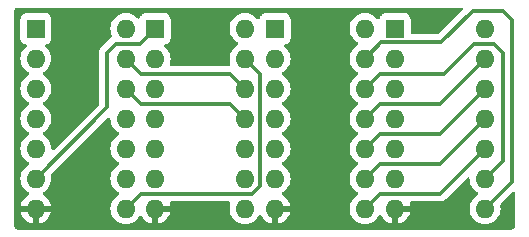
<source format=gbr>
%TF.GenerationSoftware,KiCad,Pcbnew,(5.99.0-7129-g2932fe1e64)*%
%TF.CreationDate,2020-12-05T18:13:35+08:00*%
%TF.ProjectId,Adapter,41646170-7465-4722-9e6b-696361645f70,rev?*%
%TF.SameCoordinates,Original*%
%TF.FileFunction,Copper,L2,Bot*%
%TF.FilePolarity,Positive*%
%FSLAX46Y46*%
G04 Gerber Fmt 4.6, Leading zero omitted, Abs format (unit mm)*
G04 Created by KiCad (PCBNEW (5.99.0-7129-g2932fe1e64)) date 2020-12-05 18:13:35*
%MOMM*%
%LPD*%
G01*
G04 APERTURE LIST*
%TA.AperFunction,ComponentPad*%
%ADD10R,1.600000X1.600000*%
%TD*%
%TA.AperFunction,ComponentPad*%
%ADD11O,1.600000X1.600000*%
%TD*%
%TA.AperFunction,Conductor*%
%ADD12C,0.300000*%
%TD*%
G04 APERTURE END LIST*
D10*
%TO.P,U2,1*%
%TO.N,A1*%
X125730000Y-76200000D03*
D11*
%TO.P,U2,2*%
%TO.N,A2*%
X125730000Y-78740000D03*
%TO.P,U2,3*%
%TO.N,A4*%
X125730000Y-81280000D03*
%TO.P,U2,4*%
%TO.N,A5*%
X125730000Y-83820000D03*
%TO.P,U2,5*%
%TO.N,A6*%
X125730000Y-86360000D03*
%TO.P,U2,6*%
%TO.N,Y2*%
X125730000Y-88900000D03*
%TO.P,U2,7,GND*%
%TO.N,GND*%
X125730000Y-91440000D03*
%TO.P,U2,8*%
%TO.N,Y3*%
X133350000Y-91440000D03*
%TO.P,U2,9*%
%TO.N,A7*%
X133350000Y-88900000D03*
%TO.P,U2,10*%
%TO.N,A8*%
X133350000Y-86360000D03*
%TO.P,U2,11*%
%TO.N,A9*%
X133350000Y-83820000D03*
%TO.P,U2,12*%
%TO.N,Y1*%
X133350000Y-81280000D03*
%TO.P,U2,13*%
%TO.N,A3*%
X133350000Y-78740000D03*
%TO.P,U2,14,VCC*%
%TO.N,+5V*%
X133350000Y-76200000D03*
%TD*%
D10*
%TO.P,U3,1*%
%TO.N,X1*%
X115570000Y-76200000D03*
D11*
%TO.P,U3,2*%
%TO.N,B1*%
X115570000Y-78740000D03*
%TO.P,U3,3*%
%TO.N,B2*%
X115570000Y-81280000D03*
%TO.P,U3,4*%
%TO.N,B3*%
X115570000Y-83820000D03*
%TO.P,U3,5*%
%TO.N,B4*%
X115570000Y-86360000D03*
%TO.P,U3,6*%
%TO.N,N/C*%
X115570000Y-88900000D03*
%TO.P,U3,7,VSS*%
%TO.N,GND*%
X115570000Y-91440000D03*
%TO.P,U3,8*%
%TO.N,N/C*%
X123190000Y-91440000D03*
%TO.P,U3,9*%
%TO.N,B5*%
X123190000Y-88900000D03*
%TO.P,U3,10*%
%TO.N,B6*%
X123190000Y-86360000D03*
%TO.P,U3,11*%
%TO.N,B7*%
X123190000Y-83820000D03*
%TO.P,U3,12*%
%TO.N,B8*%
X123190000Y-81280000D03*
%TO.P,U3,13*%
%TO.N,X2*%
X123190000Y-78740000D03*
%TO.P,U3,14,VDD*%
%TO.N,+5V*%
X123190000Y-76200000D03*
%TD*%
D10*
%TO.P,U4,1*%
%TO.N,B1*%
X105482000Y-76200000D03*
D11*
%TO.P,U4,2*%
%TO.N,B2*%
X105482000Y-78740000D03*
%TO.P,U4,3*%
%TO.N,N/C*%
X105482000Y-81280000D03*
%TO.P,U4,4*%
%TO.N,B3*%
X105482000Y-83820000D03*
%TO.P,U4,5*%
%TO.N,B4*%
X105482000Y-86360000D03*
%TO.P,U4,6*%
%TO.N,X1*%
X105482000Y-88900000D03*
%TO.P,U4,7,GND*%
%TO.N,GND*%
X105482000Y-91440000D03*
%TO.P,U4,8*%
%TO.N,X2*%
X113102000Y-91440000D03*
%TO.P,U4,9*%
%TO.N,B5*%
X113102000Y-88900000D03*
%TO.P,U4,10*%
%TO.N,B6*%
X113102000Y-86360000D03*
%TO.P,U4,11*%
%TO.N,N/C*%
X113102000Y-83820000D03*
%TO.P,U4,12*%
%TO.N,B7*%
X113102000Y-81280000D03*
%TO.P,U4,13*%
%TO.N,B8*%
X113102000Y-78740000D03*
%TO.P,U4,14,VCC*%
%TO.N,+5V*%
X113102000Y-76200000D03*
%TD*%
D10*
%TO.P,U1,1*%
%TO.N,A1*%
X135890000Y-76200000D03*
D11*
%TO.P,U1,2*%
%TO.N,A2*%
X135890000Y-78740000D03*
%TO.P,U1,3*%
%TO.N,A4*%
X135890000Y-81280000D03*
%TO.P,U1,4*%
%TO.N,A5*%
X135890000Y-83820000D03*
%TO.P,U1,5*%
%TO.N,A6*%
X135890000Y-86360000D03*
%TO.P,U1,6*%
%TO.N,Y2*%
X135890000Y-88900000D03*
%TO.P,U1,7,VSS*%
%TO.N,GND*%
X135890000Y-91440000D03*
%TO.P,U1,8*%
%TO.N,A3*%
X143510000Y-91440000D03*
%TO.P,U1,9*%
%TO.N,Y1*%
X143510000Y-88900000D03*
%TO.P,U1,10*%
%TO.N,Y3*%
X143510000Y-86360000D03*
%TO.P,U1,11*%
%TO.N,A7*%
X143510000Y-83820000D03*
%TO.P,U1,12*%
%TO.N,A8*%
X143510000Y-81280000D03*
%TO.P,U1,13*%
%TO.N,A9*%
X143510000Y-78740000D03*
%TO.P,U1,14,VDD*%
%TO.N,+5V*%
X143510000Y-76200000D03*
%TD*%
D12*
%TO.N,A9*%
X133350000Y-83820000D02*
X134620000Y-82550000D01*
X134620000Y-82550000D02*
X139700000Y-82550000D01*
X139700000Y-82550000D02*
X143510000Y-78740000D01*
%TO.N,A8*%
X139700000Y-85090000D02*
X143510000Y-81280000D01*
X134620000Y-85090000D02*
X139700000Y-85090000D01*
X133350000Y-86360000D02*
X134620000Y-85090000D01*
%TO.N,A7*%
X133350000Y-88900000D02*
X134620000Y-87630000D01*
X139700000Y-87630000D02*
X143510000Y-83820000D01*
X134620000Y-87630000D02*
X139700000Y-87630000D01*
%TO.N,Y3*%
X134620000Y-90170000D02*
X139700000Y-90170000D01*
X133350000Y-91440000D02*
X134620000Y-90170000D01*
X139700000Y-90170000D02*
X143510000Y-86360000D01*
%TO.N,Y1*%
X133350000Y-81280000D02*
X134620000Y-80010000D01*
X139999000Y-80010000D02*
X142539000Y-77470000D01*
X134620000Y-80010000D02*
X139999000Y-80010000D01*
X145034000Y-87376000D02*
X143510000Y-88900000D01*
X144234001Y-77470000D02*
X145034000Y-78269999D01*
X142539000Y-77470000D02*
X144234001Y-77470000D01*
X145034000Y-78269999D02*
X145034000Y-87376000D01*
%TO.N,A3*%
X142494000Y-74676000D02*
X145034000Y-74676000D01*
X139819999Y-77350001D02*
X142494000Y-74676000D01*
X134739999Y-77350001D02*
X139819999Y-77350001D01*
X145034000Y-74676000D02*
X145796000Y-75438000D01*
X133350000Y-78740000D02*
X134739999Y-77350001D01*
X145796000Y-75438000D02*
X145796000Y-89154000D01*
X145796000Y-89154000D02*
X143510000Y-91440000D01*
%TO.N,X2*%
X114372000Y-90170000D02*
X123787001Y-90170000D01*
X124460000Y-84328000D02*
X124460000Y-80010000D01*
X113102000Y-91440000D02*
X114372000Y-90170000D01*
X123787001Y-90170000D02*
X124460000Y-89497001D01*
X124460000Y-89497001D02*
X124460000Y-84074000D01*
X124460000Y-80010000D02*
X123952000Y-79502000D01*
X123952000Y-79502000D02*
X123190000Y-78740000D01*
%TO.N,B8*%
X121920000Y-80010000D02*
X123190000Y-81280000D01*
X114372000Y-80010000D02*
X121920000Y-80010000D01*
X113102000Y-78740000D02*
X114372000Y-80010000D01*
%TO.N,B7*%
X113102000Y-81280000D02*
X114372000Y-82550000D01*
X114372000Y-82550000D02*
X121920000Y-82550000D01*
X121920000Y-82550000D02*
X123190000Y-83820000D01*
%TO.N,X1*%
X111506000Y-82876000D02*
X111506000Y-78232000D01*
X105482000Y-88900000D02*
X111506000Y-82876000D01*
X112268000Y-77470000D02*
X114300000Y-77470000D01*
X111506000Y-78232000D02*
X112268000Y-77470000D01*
X114300000Y-77470000D02*
X115570000Y-76200000D01*
%TD*%
%TA.AperFunction,Conductor*%
%TO.N,GND*%
G36*
X141580672Y-74442002D02*
G01*
X141627165Y-74495658D01*
X141637269Y-74565932D01*
X141607775Y-74630512D01*
X141601646Y-74637095D01*
X139584145Y-76654596D01*
X139521833Y-76688622D01*
X139495050Y-76691501D01*
X137329500Y-76691501D01*
X137261379Y-76671499D01*
X137214886Y-76617843D01*
X137203500Y-76565501D01*
X137203500Y-75400000D01*
X137198273Y-75326921D01*
X137157096Y-75186684D01*
X137111393Y-75115569D01*
X137082949Y-75071309D01*
X137082947Y-75071306D01*
X137078077Y-75063729D01*
X137071267Y-75057828D01*
X136974431Y-74973918D01*
X136974428Y-74973916D01*
X136967619Y-74968016D01*
X136834670Y-74907300D01*
X136825755Y-74906018D01*
X136825754Y-74906018D01*
X136694448Y-74887139D01*
X136694441Y-74887138D01*
X136690000Y-74886500D01*
X135090000Y-74886500D01*
X135016921Y-74891727D01*
X134966762Y-74906455D01*
X134885330Y-74930365D01*
X134885328Y-74930366D01*
X134876684Y-74932904D01*
X134869105Y-74937775D01*
X134761309Y-75007051D01*
X134761306Y-75007053D01*
X134753729Y-75011923D01*
X134747828Y-75018733D01*
X134663918Y-75115569D01*
X134663916Y-75115572D01*
X134658016Y-75122381D01*
X134597300Y-75255330D01*
X134596018Y-75264245D01*
X134596018Y-75264246D01*
X134589566Y-75309122D01*
X134560073Y-75373703D01*
X134500347Y-75412087D01*
X134429350Y-75412087D01*
X134369624Y-75373704D01*
X134361638Y-75363465D01*
X134356199Y-75355698D01*
X134194302Y-75193801D01*
X134189794Y-75190644D01*
X134189791Y-75190642D01*
X134011259Y-75065633D01*
X134011257Y-75065632D01*
X134006750Y-75062476D01*
X134001768Y-75060153D01*
X134001763Y-75060150D01*
X133804225Y-74968037D01*
X133804224Y-74968036D01*
X133799243Y-74965714D01*
X133793935Y-74964292D01*
X133793933Y-74964291D01*
X133583402Y-74907879D01*
X133583400Y-74907879D01*
X133578087Y-74906455D01*
X133350000Y-74886500D01*
X133121913Y-74906455D01*
X133116600Y-74907879D01*
X133116598Y-74907879D01*
X132906067Y-74964291D01*
X132906065Y-74964292D01*
X132900757Y-74965714D01*
X132895776Y-74968036D01*
X132895775Y-74968037D01*
X132698237Y-75060150D01*
X132698232Y-75060153D01*
X132693250Y-75062476D01*
X132688743Y-75065632D01*
X132688741Y-75065633D01*
X132510209Y-75190642D01*
X132510206Y-75190644D01*
X132505698Y-75193801D01*
X132343801Y-75355698D01*
X132340644Y-75360206D01*
X132340642Y-75360209D01*
X132276609Y-75451658D01*
X132212476Y-75543250D01*
X132210153Y-75548232D01*
X132210150Y-75548237D01*
X132195500Y-75579655D01*
X132115714Y-75750757D01*
X132114292Y-75756065D01*
X132114291Y-75756067D01*
X132088339Y-75852921D01*
X132056455Y-75971913D01*
X132036500Y-76200000D01*
X132056455Y-76428087D01*
X132115714Y-76649243D01*
X132118036Y-76654224D01*
X132118037Y-76654225D01*
X132210150Y-76851763D01*
X132210153Y-76851768D01*
X132212476Y-76856750D01*
X132215632Y-76861257D01*
X132215633Y-76861259D01*
X132332949Y-77028803D01*
X132343801Y-77044302D01*
X132505698Y-77206199D01*
X132510206Y-77209356D01*
X132510209Y-77209358D01*
X132617425Y-77284431D01*
X132693250Y-77337524D01*
X132698232Y-77339847D01*
X132698237Y-77339850D01*
X132732454Y-77355805D01*
X132785739Y-77402722D01*
X132805200Y-77470999D01*
X132784658Y-77538959D01*
X132732454Y-77584195D01*
X132698237Y-77600150D01*
X132698232Y-77600153D01*
X132693250Y-77602476D01*
X132688743Y-77605632D01*
X132688741Y-77605633D01*
X132510209Y-77730642D01*
X132510206Y-77730644D01*
X132505698Y-77733801D01*
X132343801Y-77895698D01*
X132340644Y-77900206D01*
X132340642Y-77900209D01*
X132261042Y-78013890D01*
X132212476Y-78083250D01*
X132210153Y-78088232D01*
X132210150Y-78088237D01*
X132118039Y-78285770D01*
X132115714Y-78290757D01*
X132056455Y-78511913D01*
X132036500Y-78740000D01*
X132056455Y-78968087D01*
X132115714Y-79189243D01*
X132118036Y-79194224D01*
X132118037Y-79194225D01*
X132210150Y-79391763D01*
X132210153Y-79391768D01*
X132212476Y-79396750D01*
X132343801Y-79584302D01*
X132505698Y-79746199D01*
X132510206Y-79749356D01*
X132510209Y-79749358D01*
X132688734Y-79874362D01*
X132693250Y-79877524D01*
X132698232Y-79879847D01*
X132698237Y-79879850D01*
X132732454Y-79895805D01*
X132785739Y-79942722D01*
X132805200Y-80010999D01*
X132784658Y-80078959D01*
X132732454Y-80124195D01*
X132698237Y-80140150D01*
X132698232Y-80140153D01*
X132693250Y-80142476D01*
X132688743Y-80145632D01*
X132688741Y-80145633D01*
X132510209Y-80270642D01*
X132510206Y-80270644D01*
X132505698Y-80273801D01*
X132343801Y-80435698D01*
X132340644Y-80440206D01*
X132340642Y-80440209D01*
X132229232Y-80599320D01*
X132212476Y-80623250D01*
X132210153Y-80628232D01*
X132210150Y-80628237D01*
X132118037Y-80825775D01*
X132115714Y-80830757D01*
X132114292Y-80836065D01*
X132114291Y-80836067D01*
X132080000Y-80964042D01*
X132056455Y-81051913D01*
X132036500Y-81280000D01*
X132056455Y-81508087D01*
X132057879Y-81513400D01*
X132057879Y-81513402D01*
X132085005Y-81614635D01*
X132115714Y-81729243D01*
X132118036Y-81734224D01*
X132118037Y-81734225D01*
X132210150Y-81931763D01*
X132210153Y-81931768D01*
X132212476Y-81936750D01*
X132343801Y-82124302D01*
X132505698Y-82286199D01*
X132510206Y-82289356D01*
X132510209Y-82289358D01*
X132580059Y-82338267D01*
X132693250Y-82417524D01*
X132698232Y-82419847D01*
X132698237Y-82419850D01*
X132732454Y-82435805D01*
X132785739Y-82482722D01*
X132805200Y-82550999D01*
X132784658Y-82618959D01*
X132732454Y-82664195D01*
X132698237Y-82680150D01*
X132698232Y-82680153D01*
X132693250Y-82682476D01*
X132688743Y-82685632D01*
X132688741Y-82685633D01*
X132510209Y-82810642D01*
X132510206Y-82810644D01*
X132505698Y-82813801D01*
X132343801Y-82975698D01*
X132340644Y-82980206D01*
X132340642Y-82980209D01*
X132229232Y-83139320D01*
X132212476Y-83163250D01*
X132210153Y-83168232D01*
X132210150Y-83168237D01*
X132118037Y-83365775D01*
X132115714Y-83370757D01*
X132114292Y-83376065D01*
X132114291Y-83376067D01*
X132080000Y-83504042D01*
X132056455Y-83591913D01*
X132036500Y-83820000D01*
X132056455Y-84048087D01*
X132057879Y-84053400D01*
X132057879Y-84053402D01*
X132085005Y-84154635D01*
X132115714Y-84269243D01*
X132118036Y-84274224D01*
X132118037Y-84274225D01*
X132210150Y-84471763D01*
X132210153Y-84471768D01*
X132212476Y-84476750D01*
X132215632Y-84481257D01*
X132215633Y-84481259D01*
X132340639Y-84659786D01*
X132343801Y-84664302D01*
X132505698Y-84826199D01*
X132510206Y-84829356D01*
X132510209Y-84829358D01*
X132688738Y-84954365D01*
X132693250Y-84957524D01*
X132698232Y-84959847D01*
X132698237Y-84959850D01*
X132732454Y-84975805D01*
X132785739Y-85022722D01*
X132805200Y-85090999D01*
X132784658Y-85158959D01*
X132732454Y-85204195D01*
X132698237Y-85220150D01*
X132698232Y-85220153D01*
X132693250Y-85222476D01*
X132688743Y-85225632D01*
X132688741Y-85225633D01*
X132510209Y-85350642D01*
X132510206Y-85350644D01*
X132505698Y-85353801D01*
X132343801Y-85515698D01*
X132340644Y-85520206D01*
X132340642Y-85520209D01*
X132229232Y-85679320D01*
X132212476Y-85703250D01*
X132210153Y-85708232D01*
X132210150Y-85708237D01*
X132118037Y-85905775D01*
X132115714Y-85910757D01*
X132056455Y-86131913D01*
X132036500Y-86360000D01*
X132056455Y-86588087D01*
X132057879Y-86593400D01*
X132057879Y-86593402D01*
X132085005Y-86694635D01*
X132115714Y-86809243D01*
X132118036Y-86814224D01*
X132118037Y-86814225D01*
X132210150Y-87011763D01*
X132210153Y-87011768D01*
X132212476Y-87016750D01*
X132215632Y-87021257D01*
X132215633Y-87021259D01*
X132340639Y-87199786D01*
X132343801Y-87204302D01*
X132505698Y-87366199D01*
X132510206Y-87369356D01*
X132510209Y-87369358D01*
X132688741Y-87494367D01*
X132693250Y-87497524D01*
X132698232Y-87499847D01*
X132698237Y-87499850D01*
X132732454Y-87515805D01*
X132785739Y-87562722D01*
X132805200Y-87630999D01*
X132784658Y-87698959D01*
X132732454Y-87744195D01*
X132698237Y-87760150D01*
X132698232Y-87760153D01*
X132693250Y-87762476D01*
X132688743Y-87765632D01*
X132688741Y-87765633D01*
X132510209Y-87890642D01*
X132510206Y-87890644D01*
X132505698Y-87893801D01*
X132343801Y-88055698D01*
X132340644Y-88060206D01*
X132340642Y-88060209D01*
X132229232Y-88219320D01*
X132212476Y-88243250D01*
X132210153Y-88248232D01*
X132210150Y-88248237D01*
X132124256Y-88432439D01*
X132115714Y-88450757D01*
X132114292Y-88456065D01*
X132114291Y-88456067D01*
X132084815Y-88566074D01*
X132056455Y-88671913D01*
X132036500Y-88900000D01*
X132056455Y-89128087D01*
X132115714Y-89349243D01*
X132118036Y-89354224D01*
X132118037Y-89354225D01*
X132210150Y-89551763D01*
X132210153Y-89551768D01*
X132212476Y-89556750D01*
X132343801Y-89744302D01*
X132505698Y-89906199D01*
X132510206Y-89909356D01*
X132510209Y-89909358D01*
X132658633Y-90013285D01*
X132693250Y-90037524D01*
X132698232Y-90039847D01*
X132698237Y-90039850D01*
X132732454Y-90055805D01*
X132785739Y-90102722D01*
X132805200Y-90170999D01*
X132784658Y-90238959D01*
X132732454Y-90284195D01*
X132698237Y-90300150D01*
X132698232Y-90300153D01*
X132693250Y-90302476D01*
X132688743Y-90305632D01*
X132688741Y-90305633D01*
X132510209Y-90430642D01*
X132510206Y-90430644D01*
X132505698Y-90433801D01*
X132343801Y-90595698D01*
X132340644Y-90600206D01*
X132340642Y-90600209D01*
X132229232Y-90759320D01*
X132212476Y-90783250D01*
X132210153Y-90788231D01*
X132210150Y-90788237D01*
X132174494Y-90864702D01*
X132115714Y-90990757D01*
X132114292Y-90996065D01*
X132114291Y-90996067D01*
X132057880Y-91206594D01*
X132056455Y-91211913D01*
X132036500Y-91440000D01*
X132056455Y-91668087D01*
X132057879Y-91673400D01*
X132057879Y-91673402D01*
X132067029Y-91707548D01*
X132115714Y-91889243D01*
X132118036Y-91894224D01*
X132118037Y-91894225D01*
X132210150Y-92091763D01*
X132210153Y-92091768D01*
X132212476Y-92096750D01*
X132215632Y-92101257D01*
X132215633Y-92101259D01*
X132340639Y-92279786D01*
X132343801Y-92284302D01*
X132505698Y-92446199D01*
X132510206Y-92449356D01*
X132510209Y-92449358D01*
X132688123Y-92573934D01*
X132693250Y-92577524D01*
X132698232Y-92579847D01*
X132698237Y-92579850D01*
X132894763Y-92671491D01*
X132900757Y-92674286D01*
X132906065Y-92675708D01*
X132906067Y-92675709D01*
X133116598Y-92732121D01*
X133116600Y-92732121D01*
X133121913Y-92733545D01*
X133350000Y-92753500D01*
X133578087Y-92733545D01*
X133583400Y-92732121D01*
X133583402Y-92732121D01*
X133793933Y-92675709D01*
X133793935Y-92675708D01*
X133799243Y-92674286D01*
X133805237Y-92671491D01*
X134001763Y-92579850D01*
X134001768Y-92579847D01*
X134006750Y-92577524D01*
X134011877Y-92573934D01*
X134189791Y-92449358D01*
X134189794Y-92449356D01*
X134194302Y-92446199D01*
X134356199Y-92284302D01*
X134359362Y-92279786D01*
X134484367Y-92101259D01*
X134484368Y-92101257D01*
X134487524Y-92096750D01*
X134492383Y-92086330D01*
X134506080Y-92056957D01*
X134552998Y-92003672D01*
X134621275Y-91984211D01*
X134689235Y-92004753D01*
X134734470Y-92056958D01*
X134750581Y-92091509D01*
X134756066Y-92101009D01*
X134881025Y-92279469D01*
X134888081Y-92287877D01*
X135042123Y-92441919D01*
X135050531Y-92448975D01*
X135228991Y-92573934D01*
X135238487Y-92579417D01*
X135435943Y-92671491D01*
X135446239Y-92675239D01*
X135618503Y-92721398D01*
X135632599Y-92721062D01*
X135636000Y-92713120D01*
X135636000Y-91707548D01*
X136144000Y-91707548D01*
X136144000Y-92707971D01*
X136147973Y-92721502D01*
X136156522Y-92722731D01*
X136333761Y-92675239D01*
X136344057Y-92671491D01*
X136541513Y-92579417D01*
X136551009Y-92573934D01*
X136729469Y-92448975D01*
X136737877Y-92441919D01*
X136891919Y-92287877D01*
X136898975Y-92279469D01*
X137023934Y-92101009D01*
X137029417Y-92091513D01*
X137121491Y-91894057D01*
X137125239Y-91883761D01*
X137171398Y-91711497D01*
X137171062Y-91697401D01*
X137163120Y-91694000D01*
X136162115Y-91694000D01*
X136146876Y-91698475D01*
X136145671Y-91699865D01*
X136144000Y-91707548D01*
X135636000Y-91707548D01*
X135636000Y-91312000D01*
X135656002Y-91243879D01*
X135709658Y-91197386D01*
X135762000Y-91186000D01*
X137157971Y-91186000D01*
X137171502Y-91182027D01*
X137172731Y-91173478D01*
X137123816Y-90990928D01*
X137125285Y-90990534D01*
X137121229Y-90926743D01*
X137155746Y-90864702D01*
X137218326Y-90831171D01*
X137244134Y-90828500D01*
X139620437Y-90828500D01*
X139630485Y-90828974D01*
X139637559Y-90830555D01*
X139645485Y-90830306D01*
X139645486Y-90830306D01*
X139700979Y-90828562D01*
X139704937Y-90828500D01*
X139739579Y-90828500D01*
X139745032Y-90827811D01*
X139745810Y-90827713D01*
X139757644Y-90826781D01*
X139803794Y-90825331D01*
X139824378Y-90819351D01*
X139843736Y-90815342D01*
X139865006Y-90812655D01*
X139872378Y-90809736D01*
X139872383Y-90809735D01*
X139907938Y-90795658D01*
X139919165Y-90791814D01*
X139955891Y-90781143D01*
X139955893Y-90781142D01*
X139963507Y-90778930D01*
X139981958Y-90768018D01*
X139999714Y-90759320D01*
X140012269Y-90754349D01*
X140019644Y-90751429D01*
X140057003Y-90724286D01*
X140066924Y-90717770D01*
X140101545Y-90697295D01*
X140101546Y-90697294D01*
X140106663Y-90694268D01*
X140109434Y-90691825D01*
X140123014Y-90678245D01*
X140138048Y-90665404D01*
X140147784Y-90658331D01*
X140147787Y-90658328D01*
X140154197Y-90653671D01*
X140182072Y-90619976D01*
X140190062Y-90611197D01*
X141981884Y-88819375D01*
X142044196Y-88785349D01*
X142115011Y-88790414D01*
X142171847Y-88832961D01*
X142196567Y-88899236D01*
X142196500Y-88900000D01*
X142216455Y-89128087D01*
X142275714Y-89349243D01*
X142278036Y-89354224D01*
X142278037Y-89354225D01*
X142370150Y-89551763D01*
X142370153Y-89551768D01*
X142372476Y-89556750D01*
X142503801Y-89744302D01*
X142665698Y-89906199D01*
X142670206Y-89909356D01*
X142670209Y-89909358D01*
X142818633Y-90013285D01*
X142853250Y-90037524D01*
X142858232Y-90039847D01*
X142858237Y-90039850D01*
X142892454Y-90055805D01*
X142945739Y-90102722D01*
X142965200Y-90170999D01*
X142944658Y-90238959D01*
X142892454Y-90284195D01*
X142858237Y-90300150D01*
X142858232Y-90300153D01*
X142853250Y-90302476D01*
X142848743Y-90305632D01*
X142848741Y-90305633D01*
X142670209Y-90430642D01*
X142670206Y-90430644D01*
X142665698Y-90433801D01*
X142503801Y-90595698D01*
X142500644Y-90600206D01*
X142500642Y-90600209D01*
X142389232Y-90759320D01*
X142372476Y-90783250D01*
X142370153Y-90788231D01*
X142370150Y-90788237D01*
X142334494Y-90864702D01*
X142275714Y-90990757D01*
X142274292Y-90996065D01*
X142274291Y-90996067D01*
X142217880Y-91206594D01*
X142216455Y-91211913D01*
X142196500Y-91440000D01*
X142216455Y-91668087D01*
X142217879Y-91673400D01*
X142217879Y-91673402D01*
X142227029Y-91707548D01*
X142275714Y-91889243D01*
X142278036Y-91894224D01*
X142278037Y-91894225D01*
X142370150Y-92091763D01*
X142370153Y-92091768D01*
X142372476Y-92096750D01*
X142375632Y-92101257D01*
X142375633Y-92101259D01*
X142500639Y-92279786D01*
X142503801Y-92284302D01*
X142665698Y-92446199D01*
X142670206Y-92449356D01*
X142670209Y-92449358D01*
X142848123Y-92573934D01*
X142853250Y-92577524D01*
X142858232Y-92579847D01*
X142858237Y-92579850D01*
X143054763Y-92671491D01*
X143060757Y-92674286D01*
X143066065Y-92675708D01*
X143066067Y-92675709D01*
X143276598Y-92732121D01*
X143276600Y-92732121D01*
X143281913Y-92733545D01*
X143510000Y-92753500D01*
X143738087Y-92733545D01*
X143743400Y-92732121D01*
X143743402Y-92732121D01*
X143953933Y-92675709D01*
X143953935Y-92675708D01*
X143959243Y-92674286D01*
X143965237Y-92671491D01*
X144161763Y-92579850D01*
X144161768Y-92579847D01*
X144166750Y-92577524D01*
X144171877Y-92573934D01*
X144349791Y-92449358D01*
X144349794Y-92449356D01*
X144354302Y-92446199D01*
X144516199Y-92284302D01*
X144519362Y-92279786D01*
X144644367Y-92101259D01*
X144644368Y-92101257D01*
X144647524Y-92096750D01*
X144649847Y-92091768D01*
X144649850Y-92091763D01*
X144741963Y-91894225D01*
X144741964Y-91894224D01*
X144744286Y-91889243D01*
X144792972Y-91707548D01*
X144802121Y-91673402D01*
X144802121Y-91673400D01*
X144803545Y-91668087D01*
X144823500Y-91440000D01*
X144803545Y-91211913D01*
X144802123Y-91206608D01*
X144802121Y-91206594D01*
X144794014Y-91176342D01*
X144795702Y-91105365D01*
X144826625Y-91054634D01*
X145834905Y-90046355D01*
X145897217Y-90012329D01*
X145968033Y-90017394D01*
X146024868Y-90059941D01*
X146049679Y-90126461D01*
X146050000Y-90135450D01*
X146050000Y-92879910D01*
X146047933Y-92902640D01*
X146046216Y-92912002D01*
X146046085Y-92916865D01*
X146044585Y-92972508D01*
X146041472Y-92997150D01*
X146033484Y-93032149D01*
X146024164Y-93058783D01*
X146012361Y-93083291D01*
X145997351Y-93107179D01*
X145980396Y-93128440D01*
X145960445Y-93148392D01*
X145939179Y-93165351D01*
X145915288Y-93180362D01*
X145890783Y-93192163D01*
X145864152Y-93201482D01*
X145829146Y-93209472D01*
X145804502Y-93212585D01*
X145751763Y-93214006D01*
X145751760Y-93214006D01*
X145747279Y-93214127D01*
X145736713Y-93215932D01*
X145735138Y-93216201D01*
X145713921Y-93218000D01*
X104000900Y-93218000D01*
X103978170Y-93215932D01*
X103976107Y-93215554D01*
X103973607Y-93215095D01*
X103973603Y-93215095D01*
X103968813Y-93214216D01*
X103931053Y-93213198D01*
X103908307Y-93212585D01*
X103883665Y-93209472D01*
X103848666Y-93201484D01*
X103822032Y-93192164D01*
X103797524Y-93180361D01*
X103773636Y-93165351D01*
X103752375Y-93148396D01*
X103732423Y-93128445D01*
X103715464Y-93107179D01*
X103700453Y-93083288D01*
X103688652Y-93058783D01*
X103679333Y-93032152D01*
X103671343Y-92997146D01*
X103668230Y-92972502D01*
X103666809Y-92919763D01*
X103666809Y-92919760D01*
X103666688Y-92915279D01*
X103664614Y-92903138D01*
X103662815Y-92881921D01*
X103662815Y-91706522D01*
X104199269Y-91706522D01*
X104246761Y-91883761D01*
X104250509Y-91894057D01*
X104342583Y-92091513D01*
X104348066Y-92101009D01*
X104473025Y-92279469D01*
X104480081Y-92287877D01*
X104634123Y-92441919D01*
X104642531Y-92448975D01*
X104820991Y-92573934D01*
X104830487Y-92579417D01*
X105027943Y-92671491D01*
X105038239Y-92675239D01*
X105210503Y-92721398D01*
X105224599Y-92721062D01*
X105228000Y-92713120D01*
X105228000Y-91712115D01*
X105226659Y-91707548D01*
X105736000Y-91707548D01*
X105736000Y-92707971D01*
X105739973Y-92721502D01*
X105748522Y-92722731D01*
X105925761Y-92675239D01*
X105936057Y-92671491D01*
X106133513Y-92579417D01*
X106143009Y-92573934D01*
X106321469Y-92448975D01*
X106329877Y-92441919D01*
X106483919Y-92287877D01*
X106490975Y-92279469D01*
X106615934Y-92101009D01*
X106621417Y-92091513D01*
X106713491Y-91894057D01*
X106717239Y-91883761D01*
X106763398Y-91711497D01*
X106763062Y-91697401D01*
X106755120Y-91694000D01*
X105754115Y-91694000D01*
X105738876Y-91698475D01*
X105737671Y-91699865D01*
X105736000Y-91707548D01*
X105226659Y-91707548D01*
X105223525Y-91696876D01*
X105222135Y-91695671D01*
X105214452Y-91694000D01*
X104214029Y-91694000D01*
X104200498Y-91697973D01*
X104199269Y-91706522D01*
X103662815Y-91706522D01*
X103662815Y-75400000D01*
X104168500Y-75400000D01*
X104168500Y-77000000D01*
X104173727Y-77073079D01*
X104214904Y-77213316D01*
X104227730Y-77233274D01*
X104289051Y-77328691D01*
X104289053Y-77328694D01*
X104293923Y-77336271D01*
X104300733Y-77342172D01*
X104397569Y-77426082D01*
X104397572Y-77426084D01*
X104404381Y-77431984D01*
X104412579Y-77435728D01*
X104489812Y-77470999D01*
X104537330Y-77492700D01*
X104546245Y-77493982D01*
X104546246Y-77493982D01*
X104591122Y-77500434D01*
X104655703Y-77529927D01*
X104694087Y-77589653D01*
X104694087Y-77660650D01*
X104655704Y-77720376D01*
X104645465Y-77728362D01*
X104637698Y-77733801D01*
X104475801Y-77895698D01*
X104472644Y-77900206D01*
X104472642Y-77900209D01*
X104393042Y-78013890D01*
X104344476Y-78083250D01*
X104342153Y-78088232D01*
X104342150Y-78088237D01*
X104250039Y-78285770D01*
X104247714Y-78290757D01*
X104188455Y-78511913D01*
X104168500Y-78740000D01*
X104188455Y-78968087D01*
X104247714Y-79189243D01*
X104250036Y-79194224D01*
X104250037Y-79194225D01*
X104342150Y-79391763D01*
X104342153Y-79391768D01*
X104344476Y-79396750D01*
X104475801Y-79584302D01*
X104637698Y-79746199D01*
X104642206Y-79749356D01*
X104642209Y-79749358D01*
X104820734Y-79874362D01*
X104825250Y-79877524D01*
X104830232Y-79879847D01*
X104830237Y-79879850D01*
X104864454Y-79895805D01*
X104917739Y-79942722D01*
X104937200Y-80010999D01*
X104916658Y-80078959D01*
X104864454Y-80124195D01*
X104830237Y-80140150D01*
X104830232Y-80140153D01*
X104825250Y-80142476D01*
X104820743Y-80145632D01*
X104820741Y-80145633D01*
X104642209Y-80270642D01*
X104642206Y-80270644D01*
X104637698Y-80273801D01*
X104475801Y-80435698D01*
X104472644Y-80440206D01*
X104472642Y-80440209D01*
X104361232Y-80599320D01*
X104344476Y-80623250D01*
X104342153Y-80628232D01*
X104342150Y-80628237D01*
X104250037Y-80825775D01*
X104247714Y-80830757D01*
X104246292Y-80836065D01*
X104246291Y-80836067D01*
X104212000Y-80964042D01*
X104188455Y-81051913D01*
X104168500Y-81280000D01*
X104188455Y-81508087D01*
X104189879Y-81513400D01*
X104189879Y-81513402D01*
X104217005Y-81614635D01*
X104247714Y-81729243D01*
X104250036Y-81734224D01*
X104250037Y-81734225D01*
X104342150Y-81931763D01*
X104342153Y-81931768D01*
X104344476Y-81936750D01*
X104475801Y-82124302D01*
X104637698Y-82286199D01*
X104642206Y-82289356D01*
X104642209Y-82289358D01*
X104712059Y-82338267D01*
X104825250Y-82417524D01*
X104830232Y-82419847D01*
X104830237Y-82419850D01*
X104864454Y-82435805D01*
X104917739Y-82482722D01*
X104937200Y-82550999D01*
X104916658Y-82618959D01*
X104864454Y-82664195D01*
X104830237Y-82680150D01*
X104830232Y-82680153D01*
X104825250Y-82682476D01*
X104820743Y-82685632D01*
X104820741Y-82685633D01*
X104642209Y-82810642D01*
X104642206Y-82810644D01*
X104637698Y-82813801D01*
X104475801Y-82975698D01*
X104472644Y-82980206D01*
X104472642Y-82980209D01*
X104361232Y-83139320D01*
X104344476Y-83163250D01*
X104342153Y-83168232D01*
X104342150Y-83168237D01*
X104250037Y-83365775D01*
X104247714Y-83370757D01*
X104246292Y-83376065D01*
X104246291Y-83376067D01*
X104212000Y-83504042D01*
X104188455Y-83591913D01*
X104168500Y-83820000D01*
X104188455Y-84048087D01*
X104189879Y-84053400D01*
X104189879Y-84053402D01*
X104217005Y-84154635D01*
X104247714Y-84269243D01*
X104250036Y-84274224D01*
X104250037Y-84274225D01*
X104342150Y-84471763D01*
X104342153Y-84471768D01*
X104344476Y-84476750D01*
X104347632Y-84481257D01*
X104347633Y-84481259D01*
X104472639Y-84659786D01*
X104475801Y-84664302D01*
X104637698Y-84826199D01*
X104642206Y-84829356D01*
X104642209Y-84829358D01*
X104820738Y-84954365D01*
X104825250Y-84957524D01*
X104830232Y-84959847D01*
X104830237Y-84959850D01*
X104864454Y-84975805D01*
X104917739Y-85022722D01*
X104937200Y-85090999D01*
X104916658Y-85158959D01*
X104864454Y-85204195D01*
X104830237Y-85220150D01*
X104830232Y-85220153D01*
X104825250Y-85222476D01*
X104820743Y-85225632D01*
X104820741Y-85225633D01*
X104642209Y-85350642D01*
X104642206Y-85350644D01*
X104637698Y-85353801D01*
X104475801Y-85515698D01*
X104472644Y-85520206D01*
X104472642Y-85520209D01*
X104361232Y-85679320D01*
X104344476Y-85703250D01*
X104342153Y-85708232D01*
X104342150Y-85708237D01*
X104250037Y-85905775D01*
X104247714Y-85910757D01*
X104188455Y-86131913D01*
X104168500Y-86360000D01*
X104188455Y-86588087D01*
X104189879Y-86593400D01*
X104189879Y-86593402D01*
X104217005Y-86694635D01*
X104247714Y-86809243D01*
X104250036Y-86814224D01*
X104250037Y-86814225D01*
X104342150Y-87011763D01*
X104342153Y-87011768D01*
X104344476Y-87016750D01*
X104347632Y-87021257D01*
X104347633Y-87021259D01*
X104472639Y-87199786D01*
X104475801Y-87204302D01*
X104637698Y-87366199D01*
X104642206Y-87369356D01*
X104642209Y-87369358D01*
X104820741Y-87494367D01*
X104825250Y-87497524D01*
X104830232Y-87499847D01*
X104830237Y-87499850D01*
X104864454Y-87515805D01*
X104917739Y-87562722D01*
X104937200Y-87630999D01*
X104916658Y-87698959D01*
X104864454Y-87744195D01*
X104830237Y-87760150D01*
X104830232Y-87760153D01*
X104825250Y-87762476D01*
X104820743Y-87765632D01*
X104820741Y-87765633D01*
X104642209Y-87890642D01*
X104642206Y-87890644D01*
X104637698Y-87893801D01*
X104475801Y-88055698D01*
X104472644Y-88060206D01*
X104472642Y-88060209D01*
X104361232Y-88219320D01*
X104344476Y-88243250D01*
X104342153Y-88248232D01*
X104342150Y-88248237D01*
X104256256Y-88432439D01*
X104247714Y-88450757D01*
X104246292Y-88456065D01*
X104246291Y-88456067D01*
X104216815Y-88566074D01*
X104188455Y-88671913D01*
X104168500Y-88900000D01*
X104188455Y-89128087D01*
X104247714Y-89349243D01*
X104250036Y-89354224D01*
X104250037Y-89354225D01*
X104342150Y-89551763D01*
X104342153Y-89551768D01*
X104344476Y-89556750D01*
X104475801Y-89744302D01*
X104637698Y-89906199D01*
X104642206Y-89909356D01*
X104642209Y-89909358D01*
X104790633Y-90013285D01*
X104825250Y-90037524D01*
X104830237Y-90039850D01*
X104830238Y-90039850D01*
X104865043Y-90056080D01*
X104918328Y-90102998D01*
X104937789Y-90171275D01*
X104917247Y-90239235D01*
X104865042Y-90284470D01*
X104830491Y-90300581D01*
X104820991Y-90306066D01*
X104642531Y-90431025D01*
X104634123Y-90438081D01*
X104480081Y-90592123D01*
X104473025Y-90600531D01*
X104348066Y-90778991D01*
X104342583Y-90788487D01*
X104250509Y-90985943D01*
X104246761Y-90996239D01*
X104200602Y-91168503D01*
X104200938Y-91182599D01*
X104208880Y-91186000D01*
X106749971Y-91186000D01*
X106763502Y-91182027D01*
X106764731Y-91173478D01*
X106717239Y-90996239D01*
X106713491Y-90985943D01*
X106621417Y-90788487D01*
X106615934Y-90778991D01*
X106490975Y-90600531D01*
X106483919Y-90592123D01*
X106329877Y-90438081D01*
X106321469Y-90431025D01*
X106143009Y-90306066D01*
X106133509Y-90300581D01*
X106098958Y-90284470D01*
X106045672Y-90237553D01*
X106026211Y-90169276D01*
X106046753Y-90101316D01*
X106098957Y-90056080D01*
X106133762Y-90039850D01*
X106133763Y-90039850D01*
X106138750Y-90037524D01*
X106173367Y-90013285D01*
X106321791Y-89909358D01*
X106321794Y-89909356D01*
X106326302Y-89906199D01*
X106488199Y-89744302D01*
X106619524Y-89556750D01*
X106621847Y-89551768D01*
X106621850Y-89551763D01*
X106713963Y-89354225D01*
X106713964Y-89354224D01*
X106716286Y-89349243D01*
X106775545Y-89128087D01*
X106795500Y-88900000D01*
X106775545Y-88671913D01*
X106774123Y-88666608D01*
X106774121Y-88666594D01*
X106766014Y-88636342D01*
X106767702Y-88565365D01*
X106798625Y-88514634D01*
X111573884Y-83739376D01*
X111636196Y-83705350D01*
X111707011Y-83710415D01*
X111763847Y-83752962D01*
X111788567Y-83819237D01*
X111788500Y-83820000D01*
X111808455Y-84048087D01*
X111809879Y-84053400D01*
X111809879Y-84053402D01*
X111837005Y-84154635D01*
X111867714Y-84269243D01*
X111870036Y-84274224D01*
X111870037Y-84274225D01*
X111962150Y-84471763D01*
X111962153Y-84471768D01*
X111964476Y-84476750D01*
X111967632Y-84481257D01*
X111967633Y-84481259D01*
X112092639Y-84659786D01*
X112095801Y-84664302D01*
X112257698Y-84826199D01*
X112262206Y-84829356D01*
X112262209Y-84829358D01*
X112440738Y-84954365D01*
X112445250Y-84957524D01*
X112450232Y-84959847D01*
X112450237Y-84959850D01*
X112484454Y-84975805D01*
X112537739Y-85022722D01*
X112557200Y-85090999D01*
X112536658Y-85158959D01*
X112484454Y-85204195D01*
X112450237Y-85220150D01*
X112450232Y-85220153D01*
X112445250Y-85222476D01*
X112440743Y-85225632D01*
X112440741Y-85225633D01*
X112262209Y-85350642D01*
X112262206Y-85350644D01*
X112257698Y-85353801D01*
X112095801Y-85515698D01*
X112092644Y-85520206D01*
X112092642Y-85520209D01*
X111981232Y-85679320D01*
X111964476Y-85703250D01*
X111962153Y-85708232D01*
X111962150Y-85708237D01*
X111870037Y-85905775D01*
X111867714Y-85910757D01*
X111808455Y-86131913D01*
X111788500Y-86360000D01*
X111808455Y-86588087D01*
X111809879Y-86593400D01*
X111809879Y-86593402D01*
X111837005Y-86694635D01*
X111867714Y-86809243D01*
X111870036Y-86814224D01*
X111870037Y-86814225D01*
X111962150Y-87011763D01*
X111962153Y-87011768D01*
X111964476Y-87016750D01*
X111967632Y-87021257D01*
X111967633Y-87021259D01*
X112092639Y-87199786D01*
X112095801Y-87204302D01*
X112257698Y-87366199D01*
X112262206Y-87369356D01*
X112262209Y-87369358D01*
X112440741Y-87494367D01*
X112445250Y-87497524D01*
X112450232Y-87499847D01*
X112450237Y-87499850D01*
X112484454Y-87515805D01*
X112537739Y-87562722D01*
X112557200Y-87630999D01*
X112536658Y-87698959D01*
X112484454Y-87744195D01*
X112450237Y-87760150D01*
X112450232Y-87760153D01*
X112445250Y-87762476D01*
X112440743Y-87765632D01*
X112440741Y-87765633D01*
X112262209Y-87890642D01*
X112262206Y-87890644D01*
X112257698Y-87893801D01*
X112095801Y-88055698D01*
X112092644Y-88060206D01*
X112092642Y-88060209D01*
X111981232Y-88219320D01*
X111964476Y-88243250D01*
X111962153Y-88248232D01*
X111962150Y-88248237D01*
X111876256Y-88432439D01*
X111867714Y-88450757D01*
X111866292Y-88456065D01*
X111866291Y-88456067D01*
X111836815Y-88566074D01*
X111808455Y-88671913D01*
X111788500Y-88900000D01*
X111808455Y-89128087D01*
X111867714Y-89349243D01*
X111870036Y-89354224D01*
X111870037Y-89354225D01*
X111962150Y-89551763D01*
X111962153Y-89551768D01*
X111964476Y-89556750D01*
X112095801Y-89744302D01*
X112257698Y-89906199D01*
X112262206Y-89909356D01*
X112262209Y-89909358D01*
X112410633Y-90013285D01*
X112445250Y-90037524D01*
X112450232Y-90039847D01*
X112450237Y-90039850D01*
X112484454Y-90055805D01*
X112537739Y-90102722D01*
X112557200Y-90170999D01*
X112536658Y-90238959D01*
X112484454Y-90284195D01*
X112450237Y-90300150D01*
X112450232Y-90300153D01*
X112445250Y-90302476D01*
X112440743Y-90305632D01*
X112440741Y-90305633D01*
X112262209Y-90430642D01*
X112262206Y-90430644D01*
X112257698Y-90433801D01*
X112095801Y-90595698D01*
X112092644Y-90600206D01*
X112092642Y-90600209D01*
X111981232Y-90759320D01*
X111964476Y-90783250D01*
X111962153Y-90788231D01*
X111962150Y-90788237D01*
X111926494Y-90864702D01*
X111867714Y-90990757D01*
X111866292Y-90996065D01*
X111866291Y-90996067D01*
X111809880Y-91206594D01*
X111808455Y-91211913D01*
X111788500Y-91440000D01*
X111808455Y-91668087D01*
X111809879Y-91673400D01*
X111809879Y-91673402D01*
X111819029Y-91707548D01*
X111867714Y-91889243D01*
X111870036Y-91894224D01*
X111870037Y-91894225D01*
X111962150Y-92091763D01*
X111962153Y-92091768D01*
X111964476Y-92096750D01*
X111967632Y-92101257D01*
X111967633Y-92101259D01*
X112092639Y-92279786D01*
X112095801Y-92284302D01*
X112257698Y-92446199D01*
X112262206Y-92449356D01*
X112262209Y-92449358D01*
X112440123Y-92573934D01*
X112445250Y-92577524D01*
X112450232Y-92579847D01*
X112450237Y-92579850D01*
X112646763Y-92671491D01*
X112652757Y-92674286D01*
X112658065Y-92675708D01*
X112658067Y-92675709D01*
X112868598Y-92732121D01*
X112868600Y-92732121D01*
X112873913Y-92733545D01*
X113102000Y-92753500D01*
X113330087Y-92733545D01*
X113335400Y-92732121D01*
X113335402Y-92732121D01*
X113545933Y-92675709D01*
X113545935Y-92675708D01*
X113551243Y-92674286D01*
X113557237Y-92671491D01*
X113753763Y-92579850D01*
X113753768Y-92579847D01*
X113758750Y-92577524D01*
X113763877Y-92573934D01*
X113941791Y-92449358D01*
X113941794Y-92449356D01*
X113946302Y-92446199D01*
X114108199Y-92284302D01*
X114111358Y-92279791D01*
X114111362Y-92279786D01*
X114233091Y-92105938D01*
X114288548Y-92061609D01*
X114359167Y-92054300D01*
X114422528Y-92086330D01*
X114439517Y-92105937D01*
X114561025Y-92279469D01*
X114568081Y-92287877D01*
X114722123Y-92441919D01*
X114730531Y-92448975D01*
X114908991Y-92573934D01*
X114918487Y-92579417D01*
X115115943Y-92671491D01*
X115126239Y-92675239D01*
X115298503Y-92721398D01*
X115312599Y-92721062D01*
X115316000Y-92713120D01*
X115316000Y-91707548D01*
X115824000Y-91707548D01*
X115824000Y-92707971D01*
X115827973Y-92721502D01*
X115836522Y-92722731D01*
X116013761Y-92675239D01*
X116024057Y-92671491D01*
X116221513Y-92579417D01*
X116231009Y-92573934D01*
X116409469Y-92448975D01*
X116417877Y-92441919D01*
X116571919Y-92287877D01*
X116578975Y-92279469D01*
X116703934Y-92101009D01*
X116709417Y-92091513D01*
X116801491Y-91894057D01*
X116805239Y-91883761D01*
X116851398Y-91711497D01*
X116851062Y-91697401D01*
X116843120Y-91694000D01*
X115842115Y-91694000D01*
X115826876Y-91698475D01*
X115825671Y-91699865D01*
X115824000Y-91707548D01*
X115316000Y-91707548D01*
X115316000Y-91312000D01*
X115336002Y-91243879D01*
X115389658Y-91197386D01*
X115442000Y-91186000D01*
X116837971Y-91186000D01*
X116851502Y-91182027D01*
X116852731Y-91173478D01*
X116803816Y-90990928D01*
X116805285Y-90990534D01*
X116801229Y-90926743D01*
X116835746Y-90864702D01*
X116898326Y-90831171D01*
X116924134Y-90828500D01*
X121835334Y-90828500D01*
X121903455Y-90848502D01*
X121949948Y-90902158D01*
X121960052Y-90972432D01*
X121955469Y-90990691D01*
X121955714Y-90990757D01*
X121900348Y-91197386D01*
X121896455Y-91211913D01*
X121876500Y-91440000D01*
X121896455Y-91668087D01*
X121897879Y-91673400D01*
X121897879Y-91673402D01*
X121907029Y-91707548D01*
X121955714Y-91889243D01*
X121958036Y-91894224D01*
X121958037Y-91894225D01*
X122050150Y-92091763D01*
X122050153Y-92091768D01*
X122052476Y-92096750D01*
X122055632Y-92101257D01*
X122055633Y-92101259D01*
X122180639Y-92279786D01*
X122183801Y-92284302D01*
X122345698Y-92446199D01*
X122350206Y-92449356D01*
X122350209Y-92449358D01*
X122528123Y-92573934D01*
X122533250Y-92577524D01*
X122538232Y-92579847D01*
X122538237Y-92579850D01*
X122734763Y-92671491D01*
X122740757Y-92674286D01*
X122746065Y-92675708D01*
X122746067Y-92675709D01*
X122956598Y-92732121D01*
X122956600Y-92732121D01*
X122961913Y-92733545D01*
X123190000Y-92753500D01*
X123418087Y-92733545D01*
X123423400Y-92732121D01*
X123423402Y-92732121D01*
X123633933Y-92675709D01*
X123633935Y-92675708D01*
X123639243Y-92674286D01*
X123645237Y-92671491D01*
X123841763Y-92579850D01*
X123841768Y-92579847D01*
X123846750Y-92577524D01*
X123851877Y-92573934D01*
X124029791Y-92449358D01*
X124029794Y-92449356D01*
X124034302Y-92446199D01*
X124196199Y-92284302D01*
X124199362Y-92279786D01*
X124324367Y-92101259D01*
X124324368Y-92101257D01*
X124327524Y-92096750D01*
X124332383Y-92086330D01*
X124346080Y-92056957D01*
X124392998Y-92003672D01*
X124461275Y-91984211D01*
X124529235Y-92004753D01*
X124574470Y-92056958D01*
X124590581Y-92091509D01*
X124596066Y-92101009D01*
X124721025Y-92279469D01*
X124728081Y-92287877D01*
X124882123Y-92441919D01*
X124890531Y-92448975D01*
X125068991Y-92573934D01*
X125078487Y-92579417D01*
X125275943Y-92671491D01*
X125286239Y-92675239D01*
X125458503Y-92721398D01*
X125472599Y-92721062D01*
X125476000Y-92713120D01*
X125476000Y-91707548D01*
X125984000Y-91707548D01*
X125984000Y-92707971D01*
X125987973Y-92721502D01*
X125996522Y-92722731D01*
X126173761Y-92675239D01*
X126184057Y-92671491D01*
X126381513Y-92579417D01*
X126391009Y-92573934D01*
X126569469Y-92448975D01*
X126577877Y-92441919D01*
X126731919Y-92287877D01*
X126738975Y-92279469D01*
X126863934Y-92101009D01*
X126869417Y-92091513D01*
X126961491Y-91894057D01*
X126965239Y-91883761D01*
X127011398Y-91711497D01*
X127011062Y-91697401D01*
X127003120Y-91694000D01*
X126002115Y-91694000D01*
X125986876Y-91698475D01*
X125985671Y-91699865D01*
X125984000Y-91707548D01*
X125476000Y-91707548D01*
X125476000Y-91312000D01*
X125496002Y-91243879D01*
X125549658Y-91197386D01*
X125602000Y-91186000D01*
X126997971Y-91186000D01*
X127011502Y-91182027D01*
X127012731Y-91173478D01*
X126965239Y-90996239D01*
X126961491Y-90985943D01*
X126869417Y-90788487D01*
X126863934Y-90778991D01*
X126738975Y-90600531D01*
X126731919Y-90592123D01*
X126577877Y-90438081D01*
X126569469Y-90431025D01*
X126391009Y-90306066D01*
X126381509Y-90300581D01*
X126346958Y-90284470D01*
X126293672Y-90237553D01*
X126274211Y-90169276D01*
X126294753Y-90101316D01*
X126346957Y-90056080D01*
X126381762Y-90039850D01*
X126381763Y-90039850D01*
X126386750Y-90037524D01*
X126421367Y-90013285D01*
X126569791Y-89909358D01*
X126569794Y-89909356D01*
X126574302Y-89906199D01*
X126736199Y-89744302D01*
X126867524Y-89556750D01*
X126869847Y-89551768D01*
X126869850Y-89551763D01*
X126961963Y-89354225D01*
X126961964Y-89354224D01*
X126964286Y-89349243D01*
X127023545Y-89128087D01*
X127043500Y-88900000D01*
X127023545Y-88671913D01*
X126995185Y-88566074D01*
X126965709Y-88456067D01*
X126965708Y-88456065D01*
X126964286Y-88450757D01*
X126955744Y-88432439D01*
X126869850Y-88248237D01*
X126869847Y-88248232D01*
X126867524Y-88243250D01*
X126850768Y-88219320D01*
X126739358Y-88060209D01*
X126739356Y-88060206D01*
X126736199Y-88055698D01*
X126574302Y-87893801D01*
X126569794Y-87890644D01*
X126569791Y-87890642D01*
X126391259Y-87765633D01*
X126391257Y-87765632D01*
X126386750Y-87762476D01*
X126381768Y-87760153D01*
X126381763Y-87760150D01*
X126347546Y-87744195D01*
X126294261Y-87697278D01*
X126274800Y-87629001D01*
X126295342Y-87561041D01*
X126347546Y-87515805D01*
X126381763Y-87499850D01*
X126381768Y-87499847D01*
X126386750Y-87497524D01*
X126391259Y-87494367D01*
X126569791Y-87369358D01*
X126569794Y-87369356D01*
X126574302Y-87366199D01*
X126736199Y-87204302D01*
X126739362Y-87199786D01*
X126864367Y-87021259D01*
X126864368Y-87021257D01*
X126867524Y-87016750D01*
X126869847Y-87011768D01*
X126869850Y-87011763D01*
X126961963Y-86814225D01*
X126961964Y-86814224D01*
X126964286Y-86809243D01*
X126994996Y-86694635D01*
X127022121Y-86593402D01*
X127022121Y-86593400D01*
X127023545Y-86588087D01*
X127043500Y-86360000D01*
X127023545Y-86131913D01*
X126964286Y-85910757D01*
X126961963Y-85905775D01*
X126869850Y-85708237D01*
X126869847Y-85708232D01*
X126867524Y-85703250D01*
X126850768Y-85679320D01*
X126739358Y-85520209D01*
X126739356Y-85520206D01*
X126736199Y-85515698D01*
X126574302Y-85353801D01*
X126569794Y-85350644D01*
X126569791Y-85350642D01*
X126391259Y-85225633D01*
X126391257Y-85225632D01*
X126386750Y-85222476D01*
X126381768Y-85220153D01*
X126381763Y-85220150D01*
X126347546Y-85204195D01*
X126294261Y-85157278D01*
X126274800Y-85089001D01*
X126295342Y-85021041D01*
X126347546Y-84975805D01*
X126381763Y-84959850D01*
X126381768Y-84959847D01*
X126386750Y-84957524D01*
X126391262Y-84954365D01*
X126569791Y-84829358D01*
X126569794Y-84829356D01*
X126574302Y-84826199D01*
X126736199Y-84664302D01*
X126739362Y-84659786D01*
X126864367Y-84481259D01*
X126864368Y-84481257D01*
X126867524Y-84476750D01*
X126869847Y-84471768D01*
X126869850Y-84471763D01*
X126961963Y-84274225D01*
X126961964Y-84274224D01*
X126964286Y-84269243D01*
X126994996Y-84154635D01*
X127022121Y-84053402D01*
X127022121Y-84053400D01*
X127023545Y-84048087D01*
X127043500Y-83820000D01*
X127023545Y-83591913D01*
X127000000Y-83504042D01*
X126965709Y-83376067D01*
X126965708Y-83376065D01*
X126964286Y-83370757D01*
X126961963Y-83365775D01*
X126869850Y-83168237D01*
X126869847Y-83168232D01*
X126867524Y-83163250D01*
X126850768Y-83139320D01*
X126739358Y-82980209D01*
X126739356Y-82980206D01*
X126736199Y-82975698D01*
X126574302Y-82813801D01*
X126569794Y-82810644D01*
X126569791Y-82810642D01*
X126391259Y-82685633D01*
X126391257Y-82685632D01*
X126386750Y-82682476D01*
X126381768Y-82680153D01*
X126381763Y-82680150D01*
X126347546Y-82664195D01*
X126294261Y-82617278D01*
X126274800Y-82549001D01*
X126295342Y-82481041D01*
X126347546Y-82435805D01*
X126381763Y-82419850D01*
X126381768Y-82419847D01*
X126386750Y-82417524D01*
X126499941Y-82338267D01*
X126569791Y-82289358D01*
X126569794Y-82289356D01*
X126574302Y-82286199D01*
X126736199Y-82124302D01*
X126867524Y-81936750D01*
X126869847Y-81931768D01*
X126869850Y-81931763D01*
X126961963Y-81734225D01*
X126961964Y-81734224D01*
X126964286Y-81729243D01*
X126994996Y-81614635D01*
X127022121Y-81513402D01*
X127022121Y-81513400D01*
X127023545Y-81508087D01*
X127043500Y-81280000D01*
X127023545Y-81051913D01*
X127000000Y-80964042D01*
X126965709Y-80836067D01*
X126965708Y-80836065D01*
X126964286Y-80830757D01*
X126961963Y-80825775D01*
X126869850Y-80628237D01*
X126869847Y-80628232D01*
X126867524Y-80623250D01*
X126850768Y-80599320D01*
X126739358Y-80440209D01*
X126739356Y-80440206D01*
X126736199Y-80435698D01*
X126574302Y-80273801D01*
X126569794Y-80270644D01*
X126569791Y-80270642D01*
X126391259Y-80145633D01*
X126391257Y-80145632D01*
X126386750Y-80142476D01*
X126381768Y-80140153D01*
X126381763Y-80140150D01*
X126347546Y-80124195D01*
X126294261Y-80077278D01*
X126274800Y-80009001D01*
X126295342Y-79941041D01*
X126347546Y-79895805D01*
X126381763Y-79879850D01*
X126381768Y-79879847D01*
X126386750Y-79877524D01*
X126391266Y-79874362D01*
X126569791Y-79749358D01*
X126569794Y-79749356D01*
X126574302Y-79746199D01*
X126736199Y-79584302D01*
X126867524Y-79396750D01*
X126869847Y-79391768D01*
X126869850Y-79391763D01*
X126961963Y-79194225D01*
X126961964Y-79194224D01*
X126964286Y-79189243D01*
X127023545Y-78968087D01*
X127043500Y-78740000D01*
X127023545Y-78511913D01*
X126964286Y-78290757D01*
X126961961Y-78285770D01*
X126869850Y-78088237D01*
X126869847Y-78088232D01*
X126867524Y-78083250D01*
X126818958Y-78013890D01*
X126739358Y-77900209D01*
X126739356Y-77900206D01*
X126736199Y-77895698D01*
X126574302Y-77733801D01*
X126569791Y-77730642D01*
X126565578Y-77727107D01*
X126566450Y-77726067D01*
X126526182Y-77675686D01*
X126518876Y-77605066D01*
X126550909Y-77541707D01*
X126607285Y-77507038D01*
X126734670Y-77469635D01*
X126734672Y-77469634D01*
X126743316Y-77467096D01*
X126807135Y-77426082D01*
X126858691Y-77392949D01*
X126858694Y-77392947D01*
X126866271Y-77388077D01*
X126906048Y-77342172D01*
X126956082Y-77284431D01*
X126956084Y-77284428D01*
X126961984Y-77277619D01*
X127022700Y-77144670D01*
X127032061Y-77079562D01*
X127042861Y-77004448D01*
X127042862Y-77004441D01*
X127043500Y-77000000D01*
X127043500Y-75400000D01*
X127038273Y-75326921D01*
X126997096Y-75186684D01*
X126951393Y-75115569D01*
X126922949Y-75071309D01*
X126922947Y-75071306D01*
X126918077Y-75063729D01*
X126911267Y-75057828D01*
X126814431Y-74973918D01*
X126814428Y-74973916D01*
X126807619Y-74968016D01*
X126674670Y-74907300D01*
X126665755Y-74906018D01*
X126665754Y-74906018D01*
X126534448Y-74887139D01*
X126534441Y-74887138D01*
X126530000Y-74886500D01*
X124930000Y-74886500D01*
X124856921Y-74891727D01*
X124806762Y-74906455D01*
X124725330Y-74930365D01*
X124725328Y-74930366D01*
X124716684Y-74932904D01*
X124709105Y-74937775D01*
X124601309Y-75007051D01*
X124601306Y-75007053D01*
X124593729Y-75011923D01*
X124587828Y-75018733D01*
X124503918Y-75115569D01*
X124503916Y-75115572D01*
X124498016Y-75122381D01*
X124437300Y-75255330D01*
X124436018Y-75264245D01*
X124436018Y-75264246D01*
X124429566Y-75309122D01*
X124400073Y-75373703D01*
X124340347Y-75412087D01*
X124269350Y-75412087D01*
X124209624Y-75373704D01*
X124201638Y-75363465D01*
X124196199Y-75355698D01*
X124034302Y-75193801D01*
X124029794Y-75190644D01*
X124029791Y-75190642D01*
X123851259Y-75065633D01*
X123851257Y-75065632D01*
X123846750Y-75062476D01*
X123841768Y-75060153D01*
X123841763Y-75060150D01*
X123644225Y-74968037D01*
X123644224Y-74968036D01*
X123639243Y-74965714D01*
X123633935Y-74964292D01*
X123633933Y-74964291D01*
X123423402Y-74907879D01*
X123423400Y-74907879D01*
X123418087Y-74906455D01*
X123190000Y-74886500D01*
X122961913Y-74906455D01*
X122956600Y-74907879D01*
X122956598Y-74907879D01*
X122746067Y-74964291D01*
X122746065Y-74964292D01*
X122740757Y-74965714D01*
X122735776Y-74968036D01*
X122735775Y-74968037D01*
X122538237Y-75060150D01*
X122538232Y-75060153D01*
X122533250Y-75062476D01*
X122528743Y-75065632D01*
X122528741Y-75065633D01*
X122350209Y-75190642D01*
X122350206Y-75190644D01*
X122345698Y-75193801D01*
X122183801Y-75355698D01*
X122180644Y-75360206D01*
X122180642Y-75360209D01*
X122116609Y-75451658D01*
X122052476Y-75543250D01*
X122050153Y-75548232D01*
X122050150Y-75548237D01*
X122035500Y-75579655D01*
X121955714Y-75750757D01*
X121954292Y-75756065D01*
X121954291Y-75756067D01*
X121928339Y-75852921D01*
X121896455Y-75971913D01*
X121876500Y-76200000D01*
X121896455Y-76428087D01*
X121955714Y-76649243D01*
X121958036Y-76654224D01*
X121958037Y-76654225D01*
X122050150Y-76851763D01*
X122050153Y-76851768D01*
X122052476Y-76856750D01*
X122055632Y-76861257D01*
X122055633Y-76861259D01*
X122172949Y-77028803D01*
X122183801Y-77044302D01*
X122345698Y-77206199D01*
X122350206Y-77209356D01*
X122350209Y-77209358D01*
X122457425Y-77284431D01*
X122533250Y-77337524D01*
X122538232Y-77339847D01*
X122538237Y-77339850D01*
X122572454Y-77355805D01*
X122625739Y-77402722D01*
X122645200Y-77470999D01*
X122624658Y-77538959D01*
X122572454Y-77584195D01*
X122538237Y-77600150D01*
X122538232Y-77600153D01*
X122533250Y-77602476D01*
X122528743Y-77605632D01*
X122528741Y-77605633D01*
X122350209Y-77730642D01*
X122350206Y-77730644D01*
X122345698Y-77733801D01*
X122183801Y-77895698D01*
X122180644Y-77900206D01*
X122180642Y-77900209D01*
X122101042Y-78013890D01*
X122052476Y-78083250D01*
X122050153Y-78088232D01*
X122050150Y-78088237D01*
X121958039Y-78285770D01*
X121955714Y-78290757D01*
X121896455Y-78511913D01*
X121876500Y-78740000D01*
X121896455Y-78968087D01*
X121897879Y-78973400D01*
X121897879Y-78973402D01*
X121955714Y-79189243D01*
X121954196Y-79189650D01*
X121958238Y-79253260D01*
X121923719Y-79315300D01*
X121861139Y-79348829D01*
X121835334Y-79351500D01*
X116924666Y-79351500D01*
X116856545Y-79331498D01*
X116810052Y-79277842D01*
X116799948Y-79207568D01*
X116804531Y-79189309D01*
X116804286Y-79189243D01*
X116862121Y-78973402D01*
X116862121Y-78973400D01*
X116863545Y-78968087D01*
X116883500Y-78740000D01*
X116863545Y-78511913D01*
X116804286Y-78290757D01*
X116801961Y-78285770D01*
X116709850Y-78088237D01*
X116709847Y-78088232D01*
X116707524Y-78083250D01*
X116658958Y-78013890D01*
X116579358Y-77900209D01*
X116579356Y-77900206D01*
X116576199Y-77895698D01*
X116414302Y-77733801D01*
X116409791Y-77730642D01*
X116405578Y-77727107D01*
X116406450Y-77726067D01*
X116366182Y-77675686D01*
X116358876Y-77605066D01*
X116390909Y-77541707D01*
X116447285Y-77507038D01*
X116574670Y-77469635D01*
X116574672Y-77469634D01*
X116583316Y-77467096D01*
X116647135Y-77426082D01*
X116698691Y-77392949D01*
X116698694Y-77392947D01*
X116706271Y-77388077D01*
X116746048Y-77342172D01*
X116796082Y-77284431D01*
X116796084Y-77284428D01*
X116801984Y-77277619D01*
X116862700Y-77144670D01*
X116872061Y-77079562D01*
X116882861Y-77004448D01*
X116882862Y-77004441D01*
X116883500Y-77000000D01*
X116883500Y-75400000D01*
X116878273Y-75326921D01*
X116837096Y-75186684D01*
X116791393Y-75115569D01*
X116762949Y-75071309D01*
X116762947Y-75071306D01*
X116758077Y-75063729D01*
X116751267Y-75057828D01*
X116654431Y-74973918D01*
X116654428Y-74973916D01*
X116647619Y-74968016D01*
X116514670Y-74907300D01*
X116505755Y-74906018D01*
X116505754Y-74906018D01*
X116374448Y-74887139D01*
X116374441Y-74887138D01*
X116370000Y-74886500D01*
X114770000Y-74886500D01*
X114696921Y-74891727D01*
X114646762Y-74906455D01*
X114565330Y-74930365D01*
X114565328Y-74930366D01*
X114556684Y-74932904D01*
X114549105Y-74937775D01*
X114441309Y-75007051D01*
X114441306Y-75007053D01*
X114433729Y-75011923D01*
X114427828Y-75018733D01*
X114343918Y-75115569D01*
X114343916Y-75115572D01*
X114338016Y-75122381D01*
X114277300Y-75255330D01*
X114276354Y-75261911D01*
X114238614Y-75320635D01*
X114174034Y-75350129D01*
X114103760Y-75340025D01*
X114067007Y-75314506D01*
X113946302Y-75193801D01*
X113941794Y-75190644D01*
X113941791Y-75190642D01*
X113763259Y-75065633D01*
X113763257Y-75065632D01*
X113758750Y-75062476D01*
X113753768Y-75060153D01*
X113753763Y-75060150D01*
X113556225Y-74968037D01*
X113556224Y-74968036D01*
X113551243Y-74965714D01*
X113545935Y-74964292D01*
X113545933Y-74964291D01*
X113335402Y-74907879D01*
X113335400Y-74907879D01*
X113330087Y-74906455D01*
X113102000Y-74886500D01*
X112873913Y-74906455D01*
X112868600Y-74907879D01*
X112868598Y-74907879D01*
X112658067Y-74964291D01*
X112658065Y-74964292D01*
X112652757Y-74965714D01*
X112647776Y-74968036D01*
X112647775Y-74968037D01*
X112450237Y-75060150D01*
X112450232Y-75060153D01*
X112445250Y-75062476D01*
X112440743Y-75065632D01*
X112440741Y-75065633D01*
X112262209Y-75190642D01*
X112262206Y-75190644D01*
X112257698Y-75193801D01*
X112095801Y-75355698D01*
X112092644Y-75360206D01*
X112092642Y-75360209D01*
X112028609Y-75451658D01*
X111964476Y-75543250D01*
X111962153Y-75548232D01*
X111962150Y-75548237D01*
X111947500Y-75579655D01*
X111867714Y-75750757D01*
X111866292Y-75756065D01*
X111866291Y-75756067D01*
X111840339Y-75852921D01*
X111808455Y-75971913D01*
X111788500Y-76200000D01*
X111808455Y-76428087D01*
X111867714Y-76649243D01*
X111870036Y-76654224D01*
X111870037Y-76654225D01*
X111926421Y-76775140D01*
X111937082Y-76845331D01*
X111908102Y-76910144D01*
X111876365Y-76936844D01*
X111861336Y-76945732D01*
X111858565Y-76948175D01*
X111844979Y-76961761D01*
X111829952Y-76974596D01*
X111813803Y-76986329D01*
X111808752Y-76992435D01*
X111808747Y-76992440D01*
X111785938Y-77020011D01*
X111777949Y-77028791D01*
X111096638Y-77710103D01*
X111089189Y-77716881D01*
X111083070Y-77720764D01*
X111077645Y-77726541D01*
X111039613Y-77767041D01*
X111036858Y-77769883D01*
X111012384Y-77794357D01*
X111008535Y-77799319D01*
X111000832Y-77808338D01*
X110969218Y-77842004D01*
X110965401Y-77848948D01*
X110965399Y-77848950D01*
X110958890Y-77860790D01*
X110948034Y-77877317D01*
X110934898Y-77894252D01*
X110916560Y-77936630D01*
X110911343Y-77947278D01*
X110895741Y-77975659D01*
X110889094Y-77987749D01*
X110883762Y-78008516D01*
X110877360Y-78027215D01*
X110871994Y-78039615D01*
X110871993Y-78039619D01*
X110868846Y-78046891D01*
X110863088Y-78083250D01*
X110861623Y-78092498D01*
X110859219Y-78104107D01*
X110847733Y-78148841D01*
X110847501Y-78152528D01*
X110847501Y-78171737D01*
X110845950Y-78191447D01*
X110842828Y-78211159D01*
X110843574Y-78219051D01*
X110846942Y-78254683D01*
X110847501Y-78266540D01*
X110847500Y-82551051D01*
X110827498Y-82619172D01*
X110810595Y-82640146D01*
X107010116Y-86440625D01*
X106947804Y-86474651D01*
X106876989Y-86469586D01*
X106820153Y-86427039D01*
X106795433Y-86360764D01*
X106795500Y-86360000D01*
X106775545Y-86131913D01*
X106716286Y-85910757D01*
X106713963Y-85905775D01*
X106621850Y-85708237D01*
X106621847Y-85708232D01*
X106619524Y-85703250D01*
X106602768Y-85679320D01*
X106491358Y-85520209D01*
X106491356Y-85520206D01*
X106488199Y-85515698D01*
X106326302Y-85353801D01*
X106321794Y-85350644D01*
X106321791Y-85350642D01*
X106143259Y-85225633D01*
X106143257Y-85225632D01*
X106138750Y-85222476D01*
X106133768Y-85220153D01*
X106133763Y-85220150D01*
X106099546Y-85204195D01*
X106046261Y-85157278D01*
X106026800Y-85089001D01*
X106047342Y-85021041D01*
X106099546Y-84975805D01*
X106133763Y-84959850D01*
X106133768Y-84959847D01*
X106138750Y-84957524D01*
X106143262Y-84954365D01*
X106321791Y-84829358D01*
X106321794Y-84829356D01*
X106326302Y-84826199D01*
X106488199Y-84664302D01*
X106491362Y-84659786D01*
X106616367Y-84481259D01*
X106616368Y-84481257D01*
X106619524Y-84476750D01*
X106621847Y-84471768D01*
X106621850Y-84471763D01*
X106713963Y-84274225D01*
X106713964Y-84274224D01*
X106716286Y-84269243D01*
X106746996Y-84154635D01*
X106774121Y-84053402D01*
X106774121Y-84053400D01*
X106775545Y-84048087D01*
X106795500Y-83820000D01*
X106775545Y-83591913D01*
X106752000Y-83504042D01*
X106717709Y-83376067D01*
X106717708Y-83376065D01*
X106716286Y-83370757D01*
X106713963Y-83365775D01*
X106621850Y-83168237D01*
X106621847Y-83168232D01*
X106619524Y-83163250D01*
X106602768Y-83139320D01*
X106491358Y-82980209D01*
X106491356Y-82980206D01*
X106488199Y-82975698D01*
X106326302Y-82813801D01*
X106321794Y-82810644D01*
X106321791Y-82810642D01*
X106143259Y-82685633D01*
X106143257Y-82685632D01*
X106138750Y-82682476D01*
X106133768Y-82680153D01*
X106133763Y-82680150D01*
X106099546Y-82664195D01*
X106046261Y-82617278D01*
X106026800Y-82549001D01*
X106047342Y-82481041D01*
X106099546Y-82435805D01*
X106133763Y-82419850D01*
X106133768Y-82419847D01*
X106138750Y-82417524D01*
X106251941Y-82338267D01*
X106321791Y-82289358D01*
X106321794Y-82289356D01*
X106326302Y-82286199D01*
X106488199Y-82124302D01*
X106619524Y-81936750D01*
X106621847Y-81931768D01*
X106621850Y-81931763D01*
X106713963Y-81734225D01*
X106713964Y-81734224D01*
X106716286Y-81729243D01*
X106746996Y-81614635D01*
X106774121Y-81513402D01*
X106774121Y-81513400D01*
X106775545Y-81508087D01*
X106795500Y-81280000D01*
X106775545Y-81051913D01*
X106752000Y-80964042D01*
X106717709Y-80836067D01*
X106717708Y-80836065D01*
X106716286Y-80830757D01*
X106713963Y-80825775D01*
X106621850Y-80628237D01*
X106621847Y-80628232D01*
X106619524Y-80623250D01*
X106602768Y-80599320D01*
X106491358Y-80440209D01*
X106491356Y-80440206D01*
X106488199Y-80435698D01*
X106326302Y-80273801D01*
X106321794Y-80270644D01*
X106321791Y-80270642D01*
X106143259Y-80145633D01*
X106143257Y-80145632D01*
X106138750Y-80142476D01*
X106133768Y-80140153D01*
X106133763Y-80140150D01*
X106099546Y-80124195D01*
X106046261Y-80077278D01*
X106026800Y-80009001D01*
X106047342Y-79941041D01*
X106099546Y-79895805D01*
X106133763Y-79879850D01*
X106133768Y-79879847D01*
X106138750Y-79877524D01*
X106143266Y-79874362D01*
X106321791Y-79749358D01*
X106321794Y-79749356D01*
X106326302Y-79746199D01*
X106488199Y-79584302D01*
X106619524Y-79396750D01*
X106621847Y-79391768D01*
X106621850Y-79391763D01*
X106713963Y-79194225D01*
X106713964Y-79194224D01*
X106716286Y-79189243D01*
X106775545Y-78968087D01*
X106795500Y-78740000D01*
X106775545Y-78511913D01*
X106716286Y-78290757D01*
X106713961Y-78285770D01*
X106621850Y-78088237D01*
X106621847Y-78088232D01*
X106619524Y-78083250D01*
X106570958Y-78013890D01*
X106491358Y-77900209D01*
X106491356Y-77900206D01*
X106488199Y-77895698D01*
X106326302Y-77733801D01*
X106321791Y-77730642D01*
X106317578Y-77727107D01*
X106318450Y-77726067D01*
X106278182Y-77675686D01*
X106270876Y-77605066D01*
X106302909Y-77541707D01*
X106359285Y-77507038D01*
X106486670Y-77469635D01*
X106486672Y-77469634D01*
X106495316Y-77467096D01*
X106559135Y-77426082D01*
X106610691Y-77392949D01*
X106610694Y-77392947D01*
X106618271Y-77388077D01*
X106658048Y-77342172D01*
X106708082Y-77284431D01*
X106708084Y-77284428D01*
X106713984Y-77277619D01*
X106774700Y-77144670D01*
X106784061Y-77079562D01*
X106794861Y-77004448D01*
X106794862Y-77004441D01*
X106795500Y-77000000D01*
X106795500Y-75400000D01*
X106790273Y-75326921D01*
X106749096Y-75186684D01*
X106703393Y-75115569D01*
X106674949Y-75071309D01*
X106674947Y-75071306D01*
X106670077Y-75063729D01*
X106663267Y-75057828D01*
X106566431Y-74973918D01*
X106566428Y-74973916D01*
X106559619Y-74968016D01*
X106426670Y-74907300D01*
X106417755Y-74906018D01*
X106417754Y-74906018D01*
X106286448Y-74887139D01*
X106286441Y-74887138D01*
X106282000Y-74886500D01*
X104682000Y-74886500D01*
X104608921Y-74891727D01*
X104558762Y-74906455D01*
X104477330Y-74930365D01*
X104477328Y-74930366D01*
X104468684Y-74932904D01*
X104461105Y-74937775D01*
X104353309Y-75007051D01*
X104353306Y-75007053D01*
X104345729Y-75011923D01*
X104339828Y-75018733D01*
X104255918Y-75115569D01*
X104255916Y-75115572D01*
X104250016Y-75122381D01*
X104189300Y-75255330D01*
X104188018Y-75264245D01*
X104188018Y-75264246D01*
X104169139Y-75395552D01*
X104169138Y-75395559D01*
X104168500Y-75400000D01*
X103662815Y-75400000D01*
X103662815Y-74760085D01*
X103664883Y-74737352D01*
X103665720Y-74732792D01*
X103665720Y-74732788D01*
X103666599Y-74727998D01*
X103668230Y-74667496D01*
X103671343Y-74642852D01*
X103679333Y-74607847D01*
X103688652Y-74581217D01*
X103700452Y-74556714D01*
X103715464Y-74532822D01*
X103732425Y-74511554D01*
X103752373Y-74491606D01*
X103759450Y-74485962D01*
X103773638Y-74474648D01*
X103797527Y-74459637D01*
X103822031Y-74447837D01*
X103848659Y-74438519D01*
X103883668Y-74430528D01*
X103908313Y-74427415D01*
X103961052Y-74425994D01*
X103961055Y-74425994D01*
X103965536Y-74425873D01*
X103977677Y-74423799D01*
X103998894Y-74422000D01*
X141512551Y-74422000D01*
X141580672Y-74442002D01*
G37*
%TD.AperFunction*%
%TD*%
M02*

</source>
